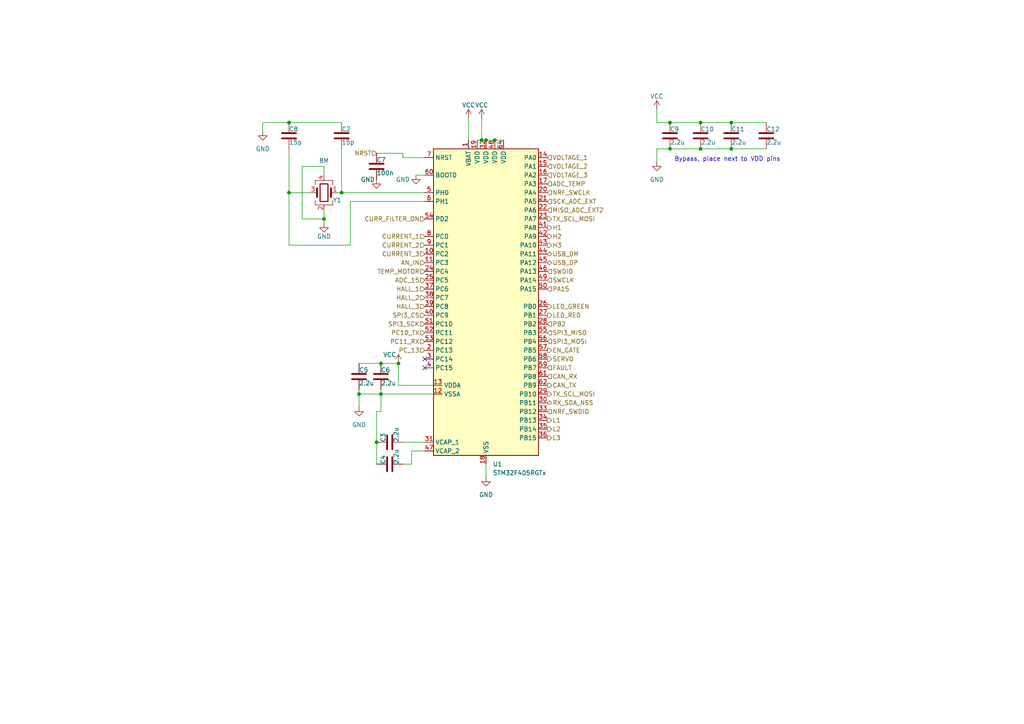
<source format=kicad_sch>
(kicad_sch (version 20230121) (generator eeschema)
  (paper "A4")
  (lib_symbols
    (symbol "Device:C" (pin_numbers hide) (pin_names (offset 0.254))
      (property "Reference" "C" (at 0.635 2.54 0))
      (property "Value" "C" (at 0.635 -2.54 0))
      (symbol "C_0_1"
        (polyline (pts (xy -2.032 -0.762) (xy 2.032 -0.762)) (stroke (width 0.508)))
        (polyline (pts (xy -2.032 0.762) (xy 2.032 0.762)) (stroke (width 0.508)))
      )
      (symbol "C_1_1"
        (pin passive line (at 0 3.81 270) (length 2.794) (name "~") (number "1"))
        (pin passive line (at 0 -3.81 90) (length 2.794) (name "~") (number "2"))
      )
    )
    (symbol "Device:Crystal_GND24" (pin_names (offset 1.016) hide)
      (property "Reference" "Y" (at 3.175 5.08 0))
      (property "Value" "Crystal_GND24" (at 3.175 3.175 0))
      (symbol "Crystal_GND24_0_1"
        (rectangle (start -1.143 2.54) (end 1.143 -2.54) (stroke (width 0.3048)))
        (polyline (pts (xy -2.54 0) (xy -2.032 0)))
        (polyline (pts (xy -2.032 -1.27) (xy -2.032 1.27)) (stroke (width 0.508)))
        (polyline (pts (xy 0 -3.81) (xy 0 -3.556)))
        (polyline (pts (xy 0 3.556) (xy 0 3.81)))
        (polyline (pts (xy 2.032 -1.27) (xy 2.032 1.27)) (stroke (width 0.508)))
        (polyline (pts (xy 2.032 0) (xy 2.54 0)))
        (polyline (pts (xy -2.54 -2.286) (xy -2.54 -3.556) (xy 2.54 -3.556) (xy 2.54 -2.286)))
        (polyline (pts (xy -2.54 2.286) (xy -2.54 3.556) (xy 2.54 3.556) (xy 2.54 2.286)))
      )
      (symbol "Crystal_GND24_1_1"
        (pin passive line (at -3.81 0 0) (length 1.27) (name "1") (number "1"))
        (pin passive line (at 0 5.08 270) (length 1.27) (name "2") (number "2"))
        (pin passive line (at 3.81 0 180) (length 1.27) (name "3") (number "3"))
        (pin passive line (at 0 -5.08 90) (length 1.27) (name "4") (number "4"))
      )
    )
    (symbol "MCU_ST_STM32F4:STM32F405RGTx"
      (property "Reference" "U1" (at 4.4959 -45.72 0))
      (property "Value" "STM32F405RGTx" (at 4.4959 -48.26 0))
      (symbol "STM32F405RGTx_0_1"
        (rectangle (start -15.24 -43.18) (end 15.24 45.72) (stroke (width 0.254)) (fill (type background)))
      )
      (symbol "STM32F405RGTx_1_1"
        (pin power_in line (at -5.08 48.26 270) (length 2.54) (name "VBAT") (number "1"))
        (pin bidirectional line (at -17.78 15.24 0) (length 2.54) (name "PC2") (number "10"))
        (pin bidirectional line (at -17.78 12.7 0) (length 2.54) (name "PC3") (number "11"))
        (pin power_in line (at -15.24 -25.4 0) (length 2.54) (name "VSSA") (number "12"))
        (pin power_in line (at -15.24 -22.86 0) (length 2.54) (name "VDDA") (number "13"))
        (pin bidirectional line (at 17.78 43.18 180) (length 2.54) (name "PA0") (number "14"))
        (pin bidirectional line (at 17.78 40.64 180) (length 2.54) (name "PA1") (number "15"))
        (pin bidirectional line (at 17.78 38.1 180) (length 2.54) (name "PA2") (number "16"))
        (pin bidirectional line (at 17.78 35.56 180) (length 2.54) (name "PA3") (number "17"))
        (pin power_in line (at 0 -45.72 90) (length 2.54) (name "VSS") (number "18"))
        (pin power_in line (at -2.54 48.26 270) (length 2.54) (name "VDD") (number "19"))
        (pin bidirectional line (at -17.78 -12.7 0) (length 2.54) (name "PC13") (number "2"))
        (pin bidirectional line (at 17.78 33.02 180) (length 2.54) (name "PA4") (number "20"))
        (pin bidirectional line (at 17.78 30.48 180) (length 2.54) (name "PA5") (number "21"))
        (pin bidirectional line (at 17.78 27.94 180) (length 2.54) (name "PA6") (number "22"))
        (pin bidirectional line (at 17.78 25.4 180) (length 2.54) (name "PA7") (number "23"))
        (pin bidirectional line (at -17.78 10.16 0) (length 2.54) (name "PC4") (number "24"))
        (pin bidirectional line (at -17.78 7.62 0) (length 2.54) (name "PC5") (number "25"))
        (pin bidirectional line (at 17.78 0 180) (length 2.54) (name "PB0") (number "26"))
        (pin bidirectional line (at 17.78 -2.54 180) (length 2.54) (name "PB1") (number "27"))
        (pin bidirectional line (at 17.78 -5.08 180) (length 2.54) (name "PB2") (number "28"))
        (pin bidirectional line (at 17.78 -25.4 180) (length 2.54) (name "PB10") (number "29"))
        (pin bidirectional line (at -17.78 -15.24 0) (length 2.54) (name "PC14") (number "3"))
        (pin bidirectional line (at 17.78 -27.94 180) (length 2.54) (name "PB11") (number "30"))
        (pin power_out line (at -17.78 -39.37 0) (length 2.54) (name "VCAP_1") (number "31"))
        (pin power_in line (at 0 48.26 270) (length 2.54) (name "VDD") (number "32"))
        (pin bidirectional line (at 17.78 -30.48 180) (length 2.54) (name "PB12") (number "33"))
        (pin bidirectional line (at 17.78 -33.02 180) (length 2.54) (name "PB13") (number "34"))
        (pin bidirectional line (at 17.78 -35.56 180) (length 2.54) (name "PB14") (number "35"))
        (pin bidirectional line (at 17.78 -38.1 180) (length 2.54) (name "PB15") (number "36"))
        (pin bidirectional line (at -17.78 5.08 0) (length 2.54) (name "PC6") (number "37"))
        (pin bidirectional line (at -17.78 2.54 0) (length 2.54) (name "PC7") (number "38"))
        (pin bidirectional line (at -17.78 0 0) (length 2.54) (name "PC8") (number "39"))
        (pin bidirectional line (at -17.78 -17.78 0) (length 2.54) (name "PC15") (number "4"))
        (pin bidirectional line (at -17.78 -2.54 0) (length 2.54) (name "PC9") (number "40"))
        (pin bidirectional line (at 17.78 22.86 180) (length 2.54) (name "PA8") (number "41"))
        (pin bidirectional line (at 17.78 20.32 180) (length 2.54) (name "PA9") (number "42"))
        (pin bidirectional line (at 17.78 17.78 180) (length 2.54) (name "PA10") (number "43"))
        (pin bidirectional line (at 17.78 15.24 180) (length 2.54) (name "PA11") (number "44"))
        (pin bidirectional line (at 17.78 12.7 180) (length 2.54) (name "PA12") (number "45"))
        (pin bidirectional line (at 17.78 10.16 180) (length 2.54) (name "PA13") (number "46"))
        (pin power_out line (at -17.78 -41.91 0) (length 2.54) (name "VCAP_2") (number "47"))
        (pin power_in line (at 2.54 48.26 270) (length 2.54) (name "VDD") (number "48"))
        (pin bidirectional line (at 17.78 7.62 180) (length 2.54) (name "PA14") (number "49"))
        (pin bidirectional line (at -17.78 33.02 0) (length 2.54) (name "PH0") (number "5"))
        (pin bidirectional line (at 17.78 5.08 180) (length 2.54) (name "PA15") (number "50"))
        (pin bidirectional line (at -17.78 -5.08 0) (length 2.54) (name "PC10") (number "51"))
        (pin bidirectional line (at -17.78 -7.62 0) (length 2.54) (name "PC11") (number "52"))
        (pin bidirectional line (at -17.78 -10.16 0) (length 2.54) (name "PC12") (number "53"))
        (pin bidirectional line (at -17.78 25.4 0) (length 2.54) (name "PD2") (number "54"))
        (pin bidirectional line (at 17.78 -7.62 180) (length 2.54) (name "PB3") (number "55"))
        (pin bidirectional line (at 17.78 -10.16 180) (length 2.54) (name "PB4") (number "56"))
        (pin bidirectional line (at 17.78 -12.7 180) (length 2.54) (name "PB5") (number "57"))
        (pin bidirectional line (at 17.78 -15.24 180) (length 2.54) (name "PB6") (number "58"))
        (pin bidirectional line (at 17.78 -17.78 180) (length 2.54) (name "PB7") (number "59"))
        (pin bidirectional line (at -17.78 30.48 0) (length 2.54) (name "PH1") (number "6"))
        (pin input line (at -17.78 38.1 0) (length 2.54) (name "BOOT0") (number "60"))
        (pin bidirectional line (at 17.78 -20.32 180) (length 2.54) (name "PB8") (number "61"))
        (pin bidirectional line (at 17.78 -22.86 180) (length 2.54) (name "PB9") (number "62"))
        (pin passive line (at 0 -45.72 90) (length 2.54) hide (name "VSS") (number "63"))
        (pin power_in line (at 5.08 48.26 270) (length 2.54) (name "VDD") (number "64"))
        (pin input line (at -17.78 43.18 0) (length 2.54) (name "NRST") (number "7"))
        (pin bidirectional line (at -17.78 20.32 0) (length 2.54) (name "PC0") (number "8"))
        (pin bidirectional line (at -17.78 17.78 0) (length 2.54) (name "PC1") (number "9"))
      )
    )
    (symbol "power:GND" (power) (pin_names (offset 0))
      (property "Value" "GND" (at 0 -3.81 0))
      (symbol "GND_0_1"
        (polyline (pts (xy 0 0) (xy 0 -1.27) (xy 1.27 -1.27) (xy 0 -2.54) (xy -1.27 -1.27) (xy 0 -1.27)))
      )
      (symbol "GND_1_1"
        (pin power_in line (at 0 0 270) (length 0) hide (name "GND") (number "1"))
      )
    )
    (symbol "power:VCC" (power) (pin_names (offset 0))
      (property "Value" "VCC" (at 0 3.81 0))
      (symbol "VCC_0_1"
        (polyline (pts (xy -0.762 1.27) (xy 0 2.54)))
        (polyline (pts (xy 0 0) (xy 0 2.54)))
        (polyline (pts (xy 0 2.54) (xy 0.762 1.27)))
      )
      (symbol "VCC_1_1"
        (pin power_in line (at 0 0 90) (length 0) hide (name "VCC") (number "1"))
      )
    )
  )
  (junction (at 212.09 43.18))
  (junction (at 109.22 128.27))
  (junction (at 194.31 43.18))
  (junction (at 93.98 63.5))
  (junction (at 203.2 35.56))
  (junction (at 139.7 40.64))
  (junction (at 140.97 40.64))
  (junction (at 83.82 35.56))
  (junction (at 104.14 114.3))
  (junction (at 203.2 43.18))
  (junction (at 194.31 35.56))
  (junction (at 110.49 114.3))
  (junction (at 115.57 105.41))
  (junction (at 212.09 35.56))
  (junction (at 83.82 55.88))
  (junction (at 99.06 55.88))
  (junction (at 110.49 105.41))
  (junction (at 143.51 40.64))
  (no_connect (at 123.19 106.68))
  (no_connect (at 123.19 104.14))
  (wire (pts (xy 135.89 34.29) (xy 135.89 40.64)))
  (wire (pts (xy 83.82 55.88) (xy 90.17 55.88)))
  (wire (pts (xy 203.2 43.18) (xy 212.09 43.18)))
  (wire (pts (xy 110.49 114.3) (xy 125.73 114.3)))
  (wire (pts (xy 194.31 43.18) (xy 190.5 43.18)))
  (wire (pts (xy 76.2 35.56) (xy 76.2 38.1)))
  (wire (pts (xy 97.79 55.88) (xy 99.06 55.88)))
  (wire (pts (xy 109.22 134.62) (xy 109.22 128.27)))
  (wire (pts (xy 120.65 50.8) (xy 123.19 50.8)))
  (wire (pts (xy 203.2 35.56) (xy 212.09 35.56)))
  (wire (pts (xy 83.82 55.88) (xy 83.82 71.12)))
  (wire (pts (xy 93.98 63.5) (xy 93.98 64.77)))
  (wire (pts (xy 212.09 35.56) (xy 222.25 35.56)))
  (wire (pts (xy 139.7 40.64) (xy 138.43 40.64)))
  (wire (pts (xy 93.98 48.26) (xy 87.63 48.26)))
  (wire (pts (xy 83.82 35.56) (xy 76.2 35.56)))
  (wire (pts (xy 109.22 119.38) (xy 110.49 119.38)))
  (wire (pts (xy 123.19 45.72) (xy 116.84 45.72)))
  (wire (pts (xy 116.84 44.45) (xy 109.22 44.45)))
  (wire (pts (xy 104.14 114.3) (xy 104.14 113.03)))
  (wire (pts (xy 109.22 128.27) (xy 109.22 119.38)))
  (wire (pts (xy 143.51 40.64) (xy 146.05 40.64)))
  (wire (pts (xy 110.49 105.41) (xy 104.14 105.41)))
  (wire (pts (xy 115.57 111.76) (xy 115.57 105.41)))
  (wire (pts (xy 87.63 48.26) (xy 87.63 63.5)))
  (wire (pts (xy 93.98 50.8) (xy 93.98 48.26)))
  (wire (pts (xy 116.84 45.72) (xy 116.84 44.45)))
  (wire (pts (xy 125.73 111.76) (xy 115.57 111.76)))
  (wire (pts (xy 110.49 119.38) (xy 110.49 114.3)))
  (wire (pts (xy 83.82 71.12) (xy 101.6 71.12)))
  (wire (pts (xy 83.82 43.18) (xy 83.82 55.88)))
  (wire (pts (xy 104.14 114.3) (xy 104.14 118.11)))
  (wire (pts (xy 110.49 114.3) (xy 110.49 113.03)))
  (wire (pts (xy 140.97 40.64) (xy 143.51 40.64)))
  (wire (pts (xy 119.38 130.81) (xy 119.38 134.62)))
  (wire (pts (xy 194.31 43.18) (xy 203.2 43.18)))
  (wire (pts (xy 115.57 105.41) (xy 110.49 105.41)))
  (wire (pts (xy 194.31 35.56) (xy 190.5 35.56)))
  (wire (pts (xy 190.5 31.75) (xy 190.5 35.56)))
  (wire (pts (xy 119.38 134.62) (xy 116.84 134.62)))
  (wire (pts (xy 116.84 128.27) (xy 123.19 128.27)))
  (wire (pts (xy 139.7 34.29) (xy 139.7 40.64)))
  (wire (pts (xy 140.97 134.62) (xy 140.97 138.43)))
  (wire (pts (xy 212.09 43.18) (xy 222.25 43.18)))
  (wire (pts (xy 99.06 35.56) (xy 83.82 35.56)))
  (wire (pts (xy 101.6 71.12) (xy 101.6 58.42)))
  (wire (pts (xy 190.5 43.18) (xy 190.5 46.99)))
  (wire (pts (xy 123.19 130.81) (xy 119.38 130.81)))
  (wire (pts (xy 139.7 40.64) (xy 140.97 40.64)))
  (wire (pts (xy 99.06 55.88) (xy 123.19 55.88)))
  (wire (pts (xy 101.6 58.42) (xy 123.19 58.42)))
  (wire (pts (xy 104.14 114.3) (xy 110.49 114.3)))
  (wire (pts (xy 99.06 43.18) (xy 99.06 55.88)))
  (wire (pts (xy 194.31 35.56) (xy 203.2 35.56)))
  (wire (pts (xy 93.98 63.5) (xy 93.98 60.96)))
  (wire (pts (xy 87.63 63.5) (xy 93.98 63.5)))
  (text "Bypass, place next to VDD pins" (at 195.58 46.99 0) (effects (font (size 1.27 1.27)) (justify left bottom)))
  (hierarchical_label "HALL_1" (shape input) (at 123.19 83.82 180))
  (hierarchical_label "USB_DP" (shape bidirectional) (at 158.75 76.2 0))
  (hierarchical_label "NRST" (shape input) (at 109.22 44.45 180))
  (hierarchical_label "MISO_ADC_EXT2" (shape input) (at 158.75 60.96 0))
  (hierarchical_label "PA15" (shape input) (at 158.75 83.82 0))
  (hierarchical_label "SWDIO" (shape input) (at 158.75 78.74 0))
  (hierarchical_label "ADC_TEMP" (shape input) (at 158.75 53.34 0))
  (hierarchical_label "CURRENT_1" (shape input) (at 123.19 68.58 180))
  (hierarchical_label "TX_SCL_MOSI" (shape output) (at 158.75 63.5 0))
  (hierarchical_label "HALL_3" (shape input) (at 123.19 88.9 180))
  (hierarchical_label "CURR_FILTER_ON" (shape input) (at 123.19 63.5 180))
  (hierarchical_label "CURRENT_3" (shape input) (at 123.19 73.66 180))
  (hierarchical_label "LED_RED" (shape output) (at 158.75 91.44 0))
  (hierarchical_label "VOLTAGE_2" (shape input) (at 158.75 48.26 0))
  (hierarchical_label "SPI3_SCK" (shape input) (at 123.19 93.98 180))
  (hierarchical_label "NRF_SWDIO" (shape input) (at 158.75 119.38 0))
  (hierarchical_label "SPI3_CS" (shape input) (at 123.19 91.44 180))
  (hierarchical_label "PC11_RX" (shape input) (at 123.19 99.06 180))
  (hierarchical_label "ADC_15" (shape input) (at 123.19 81.28 180))
  (hierarchical_label "TEMP_MOTOR" (shape input) (at 123.19 78.74 180))
  (hierarchical_label "NRF_SWCLK" (shape input) (at 158.75 55.88 0))
  (hierarchical_label "FAULT" (shape input) (at 158.75 106.68 0))
  (hierarchical_label "PC10_TX" (shape input) (at 123.19 96.52 180))
  (hierarchical_label "H3" (shape output) (at 158.75 71.12 0))
  (hierarchical_label "SWCLK" (shape input) (at 158.75 81.28 0))
  (hierarchical_label "H2" (shape output) (at 158.75 68.58 0))
  (hierarchical_label "CAN_TX" (shape output) (at 158.75 111.76 0))
  (hierarchical_label "EN_GATE" (shape output) (at 158.75 101.6 0))
  (hierarchical_label "SERVO" (shape output) (at 158.75 104.14 0))
  (hierarchical_label "HALL_2" (shape input) (at 123.19 86.36 180))
  (hierarchical_label "H1" (shape output) (at 158.75 66.04 0))
  (hierarchical_label "CURRENT_2" (shape input) (at 123.19 71.12 180))
  (hierarchical_label "USB_DM" (shape bidirectional) (at 158.75 73.66 0))
  (hierarchical_label "AN_IN" (shape input) (at 123.19 76.2 180))
  (hierarchical_label "SPI3_MOSI" (shape input) (at 158.75 99.06 0))
  (hierarchical_label "VOLTAGE_3" (shape input) (at 158.75 50.8 0))
  (hierarchical_label "L1" (shape output) (at 158.75 121.92 0))
  (hierarchical_label "RX_SDA_NSS" (shape bidirectional) (at 158.75 116.84 0))
  (hierarchical_label "L3" (shape output) (at 158.75 127 0))
  (hierarchical_label "PB2" (shape input) (at 158.75 93.98 0))
  (hierarchical_label "SCK_ADC_EXT" (shape input) (at 158.75 58.42 0))
  (hierarchical_label "LED_GREEN" (shape output) (at 158.75 88.9 0))
  (hierarchical_label "TX_SCL_MOSI" (shape output) (at 158.75 114.3 0))
  (hierarchical_label "PC_13" (shape input) (at 123.19 101.6 180))
  (hierarchical_label "VOLTAGE_1" (shape input) (at 158.75 45.72 0))
  (hierarchical_label "SPI3_MISO" (shape input) (at 158.75 96.52 0))
  (hierarchical_label "L2" (shape output) (at 158.75 124.46 0))
  (hierarchical_label "CAN_RX" (shape input) (at 158.75 109.22 0))
  (symbol (lib_id "Device:C") (at 99.06 39.37 0) (unit 1)
    (property "Reference" "C2" (at 99.06 37.465 0) (effects (justify left)))
    (property "Value" "15p" (at 99.06 41.275 0) (effects (justify left)))
    (property "Footprint" "MCU_:CAP_0402C_AVX" (effects hide))
    (property "Datasheet" "https://datasheets.kyocera-avx.com/C0GNP0-KGM.pdf" (effects hide))
  )
  (symbol (lib_id "Device:C") (at 83.82 39.37 0) (unit 1)
    (property "Reference" "C8" (at 83.82 37.465 0) (effects (justify left)))
    (property "Value" "15p" (at 83.82 41.275 0) (effects (justify left)))
    (property "Footprint" "MCU_:CAP_0402C_AVX" (effects hide))
    (property "Datasheet" "https://datasheets.kyocera-avx.com/C0GNP0-KGM.pdf" (effects hide))
  )
  (symbol (lib_id "MCU_ST_STM32F4:STM32F405RGTx") (at 140.97 88.9 0) (unit 1)
    (property "Reference" "U1" (at 142.9259 134.62 0) (effects (justify left)))
    (property "Value" "STM32F405RGTx" (at 142.9259 137.16 0) (effects (justify left)))
    (property "Footprint" "Package_QFP:LQFP-64_10x10mm_P0.5mm" (effects hide))
    (property "Datasheet" "https://www.st.com/resource/en/datasheet/stm32f405rg.pdf" (effects hide))
  )
  (symbol (lib_id "power:GND") (at 76.2 38.1 0) (unit 1)
    (property "Reference" "#PWR010" (effects hide))
    (property "Value" "GND" (at 76.2 43.18 0))
  )
  (symbol (lib_id "power:VCC") (at 139.7 34.29 0) (unit 1)
    (property "Reference" "#PWR05" (effects hide))
    (property "Value" "VCC" (at 139.7 30.48 0))
  )
  (symbol (lib_id "Device:C") (at 203.2 39.37 0) (unit 1)
    (property "Reference" "C10" (at 203.2 37.465 0) (effects (justify left)))
    (property "Value" "2.2u" (at 203.2 41.275 0) (effects (justify left)))
    (property "Footprint" "DRV8301_:CAPC1608X90N" (effects hide))
  )
  (symbol (lib_id "Device:C") (at 104.14 109.22 0) (unit 1)
    (property "Reference" "C5" (at 104.14 107.315 0) (effects (justify left)))
    (property "Value" "2.2u" (at 104.14 111.125 0) (effects (justify left)))
    (property "Footprint" "DRV8301_:CAPC1608X90N" (effects hide))
  )
  (symbol (lib_id "Device:C") (at 113.03 128.27 90) (unit 1)
    (property "Reference" "C3" (at 111.125 128.27 0) (effects (justify left)))
    (property "Value" "2.2u" (at 114.935 128.27 0) (effects (justify left)))
    (property "Footprint" "DRV8301_:CAPC1608X90N" (effects hide))
  )
  (symbol (lib_id "Device:C") (at 109.22 48.26 0) (unit 1)
    (property "Reference" "C7" (at 109.22 46.355 0) (effects (justify left)))
    (property "Value" "100n" (at 109.22 50.165 0) (effects (justify left)))
    (property "Footprint" "MCU_:0603_AVX" (effects hide))
    (property "Datasheet" "https://mm.digikey.com/Volume0/opasdata/d220001/medias/docus/503/CL05A104KA5NNNC.pdf" (effects hide))
  )
  (symbol (lib_id "power:VCC") (at 135.89 34.29 0) (unit 1)
    (property "Reference" "#PWR07" (effects hide))
    (property "Value" "VCC" (at 135.89 30.48 0))
  )
  (symbol (lib_id "Device:Crystal_GND24") (at 93.98 55.88 180) (unit 1)
    (property "Reference" "Y1" (at 97.79 58.0389 0))
    (property "Value" "8M" (at 93.98 46.6089 0))
    (property "Footprint" "MCU_:XTAL_ABM3B-8.000MHZ-10-1-U-T" (effects hide))
    (property "Datasheet" "ABM3B-8.000MHZ-10-1-U-T" (effects hide))
  )
  (symbol (lib_id "power:VCC") (at 115.57 105.41 0) (unit 1)
    (property "Reference" "#PWR08" (effects hide))
    (property "Value" "VCC" (at 113.03 102.87 0))
  )
  (symbol (lib_id "Device:C") (at 194.31 39.37 0) (unit 1)
    (property "Reference" "C9" (at 194.31 37.465 0) (effects (justify left)))
    (property "Value" "2.2u" (at 194.31 41.275 0) (effects (justify left)))
    (property "Footprint" "DRV8301_:CAPC1608X90N" (effects hide))
  )
  (symbol (lib_id "power:GND") (at 93.98 64.77 0) (unit 1)
    (property "Reference" "#PWR011" (effects hide))
    (property "Value" "GND" (at 93.98 68.58 0))
  )
  (symbol (lib_id "power:GND") (at 120.65 50.8 0) (unit 1)
    (property "Reference" "#PWR03" (effects hide))
    (property "Value" "GND" (at 116.84 52.07 0))
  )
  (symbol (lib_id "power:GND") (at 109.22 52.07 0) (unit 1)
    (property "Reference" "#PWR04" (effects hide))
    (property "Value" "GND" (at 106.68 52.07 0))
  )
  (symbol (lib_id "Device:C") (at 222.25 39.37 0) (unit 1)
    (property "Reference" "C12" (at 222.25 37.465 0) (effects (justify left)))
    (property "Value" "2.2u" (at 222.25 41.275 0) (effects (justify left)))
    (property "Footprint" "DRV8301_:CAPC1608X90N" (effects hide))
  )
  (symbol (lib_id "power:GND") (at 140.97 138.43 0) (unit 1)
    (property "Reference" "#PWR06" (effects hide))
    (property "Value" "GND" (at 140.97 143.51 0))
  )
  (symbol (lib_id "Device:C") (at 212.09 39.37 0) (unit 1)
    (property "Reference" "C11" (at 212.09 37.465 0) (effects (justify left)))
    (property "Value" "2.2u" (at 212.09 41.275 0) (effects (justify left)))
    (property "Footprint" "DRV8301_:CAPC1608X90N" (effects hide))
  )
  (symbol (lib_id "Device:C") (at 113.03 134.62 90) (unit 1)
    (property "Reference" "C4" (at 111.125 134.62 0) (effects (justify left)))
    (property "Value" "2.2u" (at 114.935 134.62 0) (effects (justify left)))
    (property "Footprint" "DRV8301_:CAPC1608X90N" (effects hide))
  )
  (symbol (lib_id "power:VCC") (at 190.5 31.75 0) (unit 1)
    (property "Reference" "#PWR013" (effects hide))
    (property "Value" "VCC" (at 190.5 27.94 0))
  )
  (symbol (lib_id "power:GND") (at 190.5 46.99 0) (unit 1)
    (property "Reference" "#PWR012" (effects hide))
    (property "Value" "GND" (at 190.5 52.07 0))
  )
  (symbol (lib_id "power:GND") (at 104.14 118.11 0) (unit 1)
    (property "Reference" "#PWR09" (effects hide))
    (property "Value" "GND" (at 104.14 123.19 0))
  )
  (symbol (lib_id "Device:C") (at 110.49 109.22 0) (unit 1)
    (property "Reference" "C6" (at 110.49 107.315 0) (effects (justify left)))
    (property "Value" "2.2u" (at 110.49 111.125 0) (effects (justify left)))
    (property "Footprint" "DRV8301_:CAPC1608X90N" (effects hide))
  )
)
</source>
